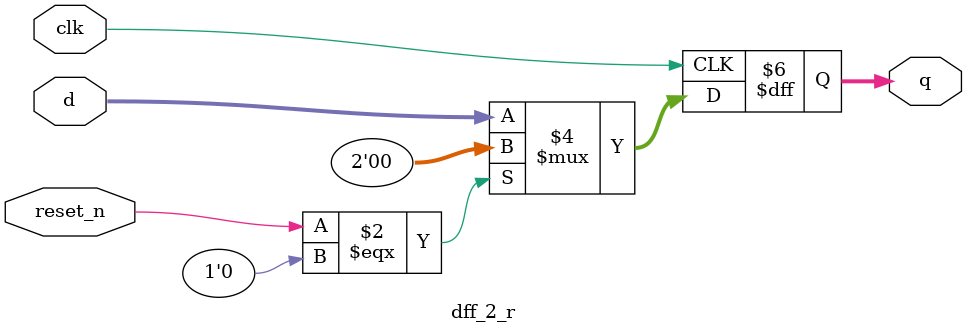
<source format=v>


module dff_2_r(clk, reset_n, d, q); // 2-bit register dff_2_r for control state

input clk, reset_n;
input [1:0] d;
output reg [1:0] q;

// this dff is 2bit capacity and under control of clk and reset_n

always @(posedge clk)
	begin
		if(reset_n ===1'b0)	q <= 2'b00;
		else						q <= d;
	end
endmodule

</source>
